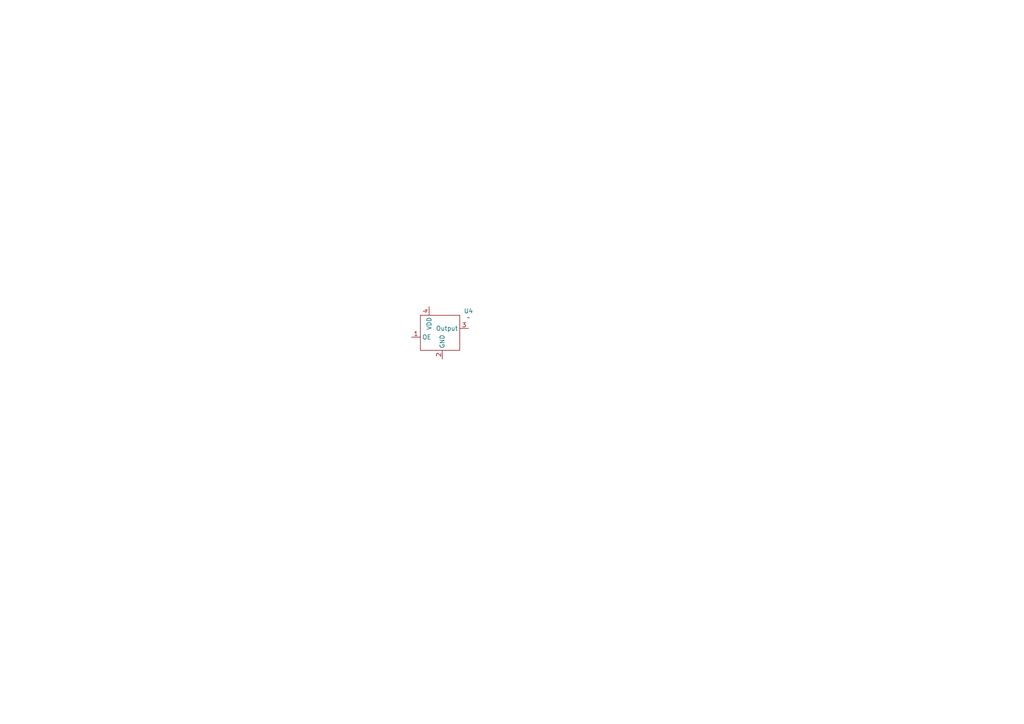
<source format=kicad_sch>
(kicad_sch
	(version 20231120)
	(generator "eeschema")
	(generator_version "8.0")
	(uuid "e94a26ea-6a67-486f-86dc-e99bf2ebf29f")
	(paper "A4")
	(lib_symbols
		(symbol "caravel:DSC6001"
			(exclude_from_sim no)
			(in_bom yes)
			(on_board yes)
			(property "Reference" "U"
				(at -5.08 3.81 0)
				(effects
					(font
						(size 1.27 1.27)
					)
				)
			)
			(property "Value" ""
				(at 0 0 0)
				(effects
					(font
						(size 1.27 1.27)
					)
				)
			)
			(property "Footprint" ""
				(at 0 0 0)
				(effects
					(font
						(size 1.27 1.27)
					)
					(hide yes)
				)
			)
			(property "Datasheet" ""
				(at 0 0 0)
				(effects
					(font
						(size 1.27 1.27)
					)
					(hide yes)
				)
			)
			(property "Description" ""
				(at 0 0 0)
				(effects
					(font
						(size 1.27 1.27)
					)
					(hide yes)
				)
			)
			(symbol "DSC6001_0_1"
				(rectangle
					(start -3.81 6.35)
					(end 7.62 -3.81)
					(stroke
						(width 0)
						(type default)
					)
					(fill
						(type none)
					)
				)
			)
			(symbol "DSC6001_1_1"
				(pin input line
					(at -6.35 0 0)
					(length 2.54)
					(name "OE"
						(effects
							(font
								(size 1.27 1.27)
							)
						)
					)
					(number "1"
						(effects
							(font
								(size 1.27 1.27)
							)
						)
					)
				)
				(pin power_in line
					(at 2.54 -6.35 90)
					(length 2.54)
					(name "GND"
						(effects
							(font
								(size 1.27 1.27)
							)
						)
					)
					(number "2"
						(effects
							(font
								(size 1.27 1.27)
							)
						)
					)
				)
				(pin input line
					(at 10.16 2.54 180)
					(length 2.54)
					(name "Output"
						(effects
							(font
								(size 1.27 1.27)
							)
						)
					)
					(number "3"
						(effects
							(font
								(size 1.27 1.27)
							)
						)
					)
				)
				(pin power_in line
					(at -1.27 8.89 270)
					(length 2.54)
					(name "VDD"
						(effects
							(font
								(size 1.27 1.27)
							)
						)
					)
					(number "4"
						(effects
							(font
								(size 1.27 1.27)
							)
						)
					)
				)
			)
		)
	)
	(symbol
		(lib_id "caravel:DSC6001")
		(at 125.73 97.79 0)
		(unit 1)
		(exclude_from_sim no)
		(in_bom yes)
		(on_board yes)
		(dnp no)
		(fields_autoplaced yes)
		(uuid "a58a4507-b7c9-401c-91e6-95fa8acd7e52")
		(property "Reference" "U4"
			(at 135.89 90.2014 0)
			(effects
				(font
					(size 1.27 1.27)
				)
			)
		)
		(property "Value" "~"
			(at 135.89 92.1065 0)
			(effects
				(font
					(size 1.27 1.27)
				)
			)
		)
		(property "Footprint" ""
			(at 125.73 97.79 0)
			(effects
				(font
					(size 1.27 1.27)
				)
				(hide yes)
			)
		)
		(property "Datasheet" ""
			(at 125.73 97.79 0)
			(effects
				(font
					(size 1.27 1.27)
				)
				(hide yes)
			)
		)
		(property "Description" ""
			(at 125.73 97.79 0)
			(effects
				(font
					(size 1.27 1.27)
				)
				(hide yes)
			)
		)
		(pin "4"
			(uuid "d09a9707-dcf0-440e-9418-11d988d9ceb3")
		)
		(pin "2"
			(uuid "20668a4c-bd80-4250-903c-6842030c1c67")
		)
		(pin "3"
			(uuid "016d06fd-0901-4cf5-9bff-2ff67b0f024a")
		)
		(pin "1"
			(uuid "e0958991-815a-4170-860c-33bdd1c4616f")
		)
		(instances
			(project ""
				(path "/1f1d514b-67fa-4200-8a91-3df4fa362116/f55009de-82e1-4f9b-8429-e9cb16b2a0ae"
					(reference "U4")
					(unit 1)
				)
			)
		)
	)
)

</source>
